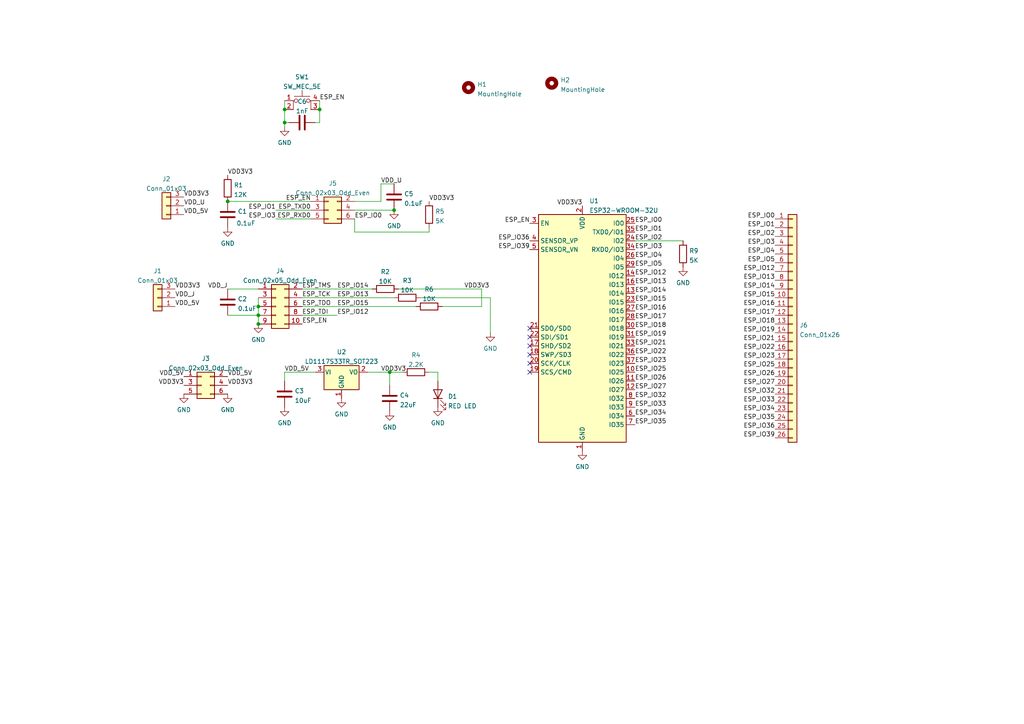
<source format=kicad_sch>
(kicad_sch (version 20211123) (generator eeschema)
  (paper "A4")
  (lib_symbols
    (symbol "Connector_Generic:Conn_01x03" (pin_names (offset 1.016) hide)
      (property "Reference" "J" (at 0 5.08 0))
      (property "Value" "Conn_01x03" (at 0 -5.08 0))
      (symbol "Conn_01x03_1_1"
        (rectangle (start -1.27 -2.413) (end 0 -2.667) (stroke (width 0.1524)))
        (rectangle (start -1.27 0.127) (end 0 -0.127) (stroke (width 0.1524)))
        (rectangle (start -1.27 2.667) (end 0 2.413) (stroke (width 0.1524)))
        (rectangle (start -1.27 3.81) (end 1.27 -3.81) (stroke (width 0.254)) (fill (type background)))
        (pin passive line (at -5.08 2.54 0) (length 3.81) (name "Pin_1") (number "1"))
        (pin passive line (at -5.08 0 0) (length 3.81) (name "Pin_2") (number "2"))
        (pin passive line (at -5.08 -2.54 0) (length 3.81) (name "Pin_3") (number "3"))
      )
    )
    (symbol "Connector_Generic:Conn_01x26" (pin_names (offset 1.016) hide)
      (property "Reference" "J" (at 0 33.02 0))
      (property "Value" "Conn_01x26" (at 0 -35.56 0))
      (symbol "Conn_01x26_1_1"
        (rectangle (start -1.27 -32.893) (end 0 -33.147) (stroke (width 0.1524)))
        (rectangle (start -1.27 -30.353) (end 0 -30.607) (stroke (width 0.1524)))
        (rectangle (start -1.27 -27.813) (end 0 -28.067) (stroke (width 0.1524)))
        (rectangle (start -1.27 -25.273) (end 0 -25.527) (stroke (width 0.1524)))
        (rectangle (start -1.27 -22.733) (end 0 -22.987) (stroke (width 0.1524)))
        (rectangle (start -1.27 -20.193) (end 0 -20.447) (stroke (width 0.1524)))
        (rectangle (start -1.27 -17.653) (end 0 -17.907) (stroke (width 0.1524)))
        (rectangle (start -1.27 -15.113) (end 0 -15.367) (stroke (width 0.1524)))
        (rectangle (start -1.27 -12.573) (end 0 -12.827) (stroke (width 0.1524)))
        (rectangle (start -1.27 -10.033) (end 0 -10.287) (stroke (width 0.1524)))
        (rectangle (start -1.27 -7.493) (end 0 -7.747) (stroke (width 0.1524)))
        (rectangle (start -1.27 -4.953) (end 0 -5.207) (stroke (width 0.1524)))
        (rectangle (start -1.27 -2.413) (end 0 -2.667) (stroke (width 0.1524)))
        (rectangle (start -1.27 0.127) (end 0 -0.127) (stroke (width 0.1524)))
        (rectangle (start -1.27 2.667) (end 0 2.413) (stroke (width 0.1524)))
        (rectangle (start -1.27 5.207) (end 0 4.953) (stroke (width 0.1524)))
        (rectangle (start -1.27 7.747) (end 0 7.493) (stroke (width 0.1524)))
        (rectangle (start -1.27 10.287) (end 0 10.033) (stroke (width 0.1524)))
        (rectangle (start -1.27 12.827) (end 0 12.573) (stroke (width 0.1524)))
        (rectangle (start -1.27 15.367) (end 0 15.113) (stroke (width 0.1524)))
        (rectangle (start -1.27 17.907) (end 0 17.653) (stroke (width 0.1524)))
        (rectangle (start -1.27 20.447) (end 0 20.193) (stroke (width 0.1524)))
        (rectangle (start -1.27 22.987) (end 0 22.733) (stroke (width 0.1524)))
        (rectangle (start -1.27 25.527) (end 0 25.273) (stroke (width 0.1524)))
        (rectangle (start -1.27 28.067) (end 0 27.813) (stroke (width 0.1524)))
        (rectangle (start -1.27 30.607) (end 0 30.353) (stroke (width 0.1524)))
        (rectangle (start -1.27 31.75) (end 1.27 -34.29) (stroke (width 0.254)) (fill (type background)))
        (pin passive line (at -5.08 30.48 0) (length 3.81) (name "Pin_1") (number "1"))
        (pin passive line (at -5.08 7.62 0) (length 3.81) (name "Pin_10") (number "10"))
        (pin passive line (at -5.08 5.08 0) (length 3.81) (name "Pin_11") (number "11"))
        (pin passive line (at -5.08 2.54 0) (length 3.81) (name "Pin_12") (number "12"))
        (pin passive line (at -5.08 0 0) (length 3.81) (name "Pin_13") (number "13"))
        (pin passive line (at -5.08 -2.54 0) (length 3.81) (name "Pin_14") (number "14"))
        (pin passive line (at -5.08 -5.08 0) (length 3.81) (name "Pin_15") (number "15"))
        (pin passive line (at -5.08 -7.62 0) (length 3.81) (name "Pin_16") (number "16"))
        (pin passive line (at -5.08 -10.16 0) (length 3.81) (name "Pin_17") (number "17"))
        (pin passive line (at -5.08 -12.7 0) (length 3.81) (name "Pin_18") (number "18"))
        (pin passive line (at -5.08 -15.24 0) (length 3.81) (name "Pin_19") (number "19"))
        (pin passive line (at -5.08 27.94 0) (length 3.81) (name "Pin_2") (number "2"))
        (pin passive line (at -5.08 -17.78 0) (length 3.81) (name "Pin_20") (number "20"))
        (pin passive line (at -5.08 -20.32 0) (length 3.81) (name "Pin_21") (number "21"))
        (pin passive line (at -5.08 -22.86 0) (length 3.81) (name "Pin_22") (number "22"))
        (pin passive line (at -5.08 -25.4 0) (length 3.81) (name "Pin_23") (number "23"))
        (pin passive line (at -5.08 -27.94 0) (length 3.81) (name "Pin_24") (number "24"))
        (pin passive line (at -5.08 -30.48 0) (length 3.81) (name "Pin_25") (number "25"))
        (pin passive line (at -5.08 -33.02 0) (length 3.81) (name "Pin_26") (number "26"))
        (pin passive line (at -5.08 25.4 0) (length 3.81) (name "Pin_3") (number "3"))
        (pin passive line (at -5.08 22.86 0) (length 3.81) (name "Pin_4") (number "4"))
        (pin passive line (at -5.08 20.32 0) (length 3.81) (name "Pin_5") (number "5"))
        (pin passive line (at -5.08 17.78 0) (length 3.81) (name "Pin_6") (number "6"))
        (pin passive line (at -5.08 15.24 0) (length 3.81) (name "Pin_7") (number "7"))
        (pin passive line (at -5.08 12.7 0) (length 3.81) (name "Pin_8") (number "8"))
        (pin passive line (at -5.08 10.16 0) (length 3.81) (name "Pin_9") (number "9"))
      )
    )
    (symbol "Connector_Generic:Conn_02x03_Odd_Even" (pin_names (offset 1.016) hide)
      (property "Reference" "J" (at 1.27 5.08 0))
      (property "Value" "Conn_02x03_Odd_Even" (at 1.27 -5.08 0))
      (symbol "Conn_02x03_Odd_Even_1_1"
        (rectangle (start -1.27 -2.413) (end 0 -2.667) (stroke (width 0.1524)))
        (rectangle (start -1.27 0.127) (end 0 -0.127) (stroke (width 0.1524)))
        (rectangle (start -1.27 2.667) (end 0 2.413) (stroke (width 0.1524)))
        (rectangle (start -1.27 3.81) (end 3.81 -3.81) (stroke (width 0.254)) (fill (type background)))
        (rectangle (start 3.81 -2.413) (end 2.54 -2.667) (stroke (width 0.1524)))
        (rectangle (start 3.81 0.127) (end 2.54 -0.127) (stroke (width 0.1524)))
        (rectangle (start 3.81 2.667) (end 2.54 2.413) (stroke (width 0.1524)))
        (pin passive line (at -5.08 2.54 0) (length 3.81) (name "Pin_1") (number "1"))
        (pin passive line (at 7.62 2.54 180) (length 3.81) (name "Pin_2") (number "2"))
        (pin passive line (at -5.08 0 0) (length 3.81) (name "Pin_3") (number "3"))
        (pin passive line (at 7.62 0 180) (length 3.81) (name "Pin_4") (number "4"))
        (pin passive line (at -5.08 -2.54 0) (length 3.81) (name "Pin_5") (number "5"))
        (pin passive line (at 7.62 -2.54 180) (length 3.81) (name "Pin_6") (number "6"))
      )
    )
    (symbol "Connector_Generic:Conn_02x05_Odd_Even" (pin_names (offset 1.016) hide)
      (property "Reference" "J" (at 1.27 7.62 0))
      (property "Value" "Conn_02x05_Odd_Even" (at 1.27 -7.62 0))
      (symbol "Conn_02x05_Odd_Even_1_1"
        (rectangle (start -1.27 -4.953) (end 0 -5.207) (stroke (width 0.1524)))
        (rectangle (start -1.27 -2.413) (end 0 -2.667) (stroke (width 0.1524)))
        (rectangle (start -1.27 0.127) (end 0 -0.127) (stroke (width 0.1524)))
        (rectangle (start -1.27 2.667) (end 0 2.413) (stroke (width 0.1524)))
        (rectangle (start -1.27 5.207) (end 0 4.953) (stroke (width 0.1524)))
        (rectangle (start -1.27 6.35) (end 3.81 -6.35) (stroke (width 0.254)) (fill (type background)))
        (rectangle (start 3.81 -4.953) (end 2.54 -5.207) (stroke (width 0.1524)))
        (rectangle (start 3.81 -2.413) (end 2.54 -2.667) (stroke (width 0.1524)))
        (rectangle (start 3.81 0.127) (end 2.54 -0.127) (stroke (width 0.1524)))
        (rectangle (start 3.81 2.667) (end 2.54 2.413) (stroke (width 0.1524)))
        (rectangle (start 3.81 5.207) (end 2.54 4.953) (stroke (width 0.1524)))
        (pin passive line (at -5.08 5.08 0) (length 3.81) (name "Pin_1") (number "1"))
        (pin passive line (at 7.62 -5.08 180) (length 3.81) (name "Pin_10") (number "10"))
        (pin passive line (at 7.62 5.08 180) (length 3.81) (name "Pin_2") (number "2"))
        (pin passive line (at -5.08 2.54 0) (length 3.81) (name "Pin_3") (number "3"))
        (pin passive line (at 7.62 2.54 180) (length 3.81) (name "Pin_4") (number "4"))
        (pin passive line (at -5.08 0 0) (length 3.81) (name "Pin_5") (number "5"))
        (pin passive line (at 7.62 0 180) (length 3.81) (name "Pin_6") (number "6"))
        (pin passive line (at -5.08 -2.54 0) (length 3.81) (name "Pin_7") (number "7"))
        (pin passive line (at 7.62 -2.54 180) (length 3.81) (name "Pin_8") (number "8"))
        (pin passive line (at -5.08 -5.08 0) (length 3.81) (name "Pin_9") (number "9"))
      )
    )
    (symbol "Device:C" (pin_numbers hide) (pin_names (offset 0.254))
      (property "Reference" "C" (at 0.635 2.54 0))
      (property "Value" "C" (at 0.635 -2.54 0))
      (symbol "C_0_1"
        (polyline (pts (xy -2.032 -0.762) (xy 2.032 -0.762)) (stroke (width 0.508)))
        (polyline (pts (xy -2.032 0.762) (xy 2.032 0.762)) (stroke (width 0.508)))
      )
      (symbol "C_1_1"
        (pin passive line (at 0 3.81 270) (length 2.794) (name "~") (number "1"))
        (pin passive line (at 0 -3.81 90) (length 2.794) (name "~") (number "2"))
      )
    )
    (symbol "Device:LED" (pin_numbers hide) (pin_names (offset 1.016) hide)
      (property "Reference" "D" (at 0 2.54 0))
      (property "Value" "LED" (at 0 -2.54 0))
      (symbol "LED_0_1"
        (polyline (pts (xy -1.27 -1.27) (xy -1.27 1.27)) (stroke (width 0.254)))
        (polyline (pts (xy -1.27 0) (xy 1.27 0)))
        (polyline (pts (xy 1.27 -1.27) (xy 1.27 1.27) (xy -1.27 0) (xy 1.27 -1.27)) (stroke (width 0.254)))
        (polyline (pts (xy -3.048 -0.762) (xy -4.572 -2.286) (xy -3.81 -2.286) (xy -4.572 -2.286) (xy -4.572 -1.524)))
        (polyline (pts (xy -1.778 -0.762) (xy -3.302 -2.286) (xy -2.54 -2.286) (xy -3.302 -2.286) (xy -3.302 -1.524)))
      )
      (symbol "LED_1_1"
        (pin passive line (at -3.81 0 0) (length 2.54) (name "K") (number "1"))
        (pin passive line (at 3.81 0 180) (length 2.54) (name "A") (number "2"))
      )
    )
    (symbol "Device:R" (pin_numbers hide) (pin_names (offset 0))
      (property "Reference" "R" (at 2.032 0 90))
      (property "Value" "R" (at 0 0 90))
      (symbol "R_0_1"
        (rectangle (start -1.016 -2.54) (end 1.016 2.54) (stroke (width 0.254)))
      )
      (symbol "R_1_1"
        (pin passive line (at 0 3.81 270) (length 1.27) (name "~") (number "1"))
        (pin passive line (at 0 -3.81 90) (length 1.27) (name "~") (number "2"))
      )
    )
    (symbol "Mechanical:MountingHole" (pin_names (offset 1.016))
      (property "Reference" "H" (at 0 5.08 0))
      (property "Value" "MountingHole" (at 0 3.175 0))
      (symbol "MountingHole_0_1"
        (circle (center 0 0) (radius 1.27) (stroke (width 1.27)))
      )
    )
    (symbol "RF_Module:ESP32-WROOM-32U"
      (property "Reference" "U" (at -12.7 34.29 0))
      (property "Value" "ESP32-WROOM-32U" (at 1.27 34.29 0))
      (symbol "ESP32-WROOM-32U_0_1"
        (rectangle (start -12.7 33.02) (end 12.7 -33.02) (stroke (width 0.254)) (fill (type background)))
      )
      (symbol "ESP32-WROOM-32U_1_1"
        (pin power_in line (at 0 -35.56 90) (length 2.54) (name "GND") (number "1"))
        (pin bidirectional line (at 15.24 -12.7 180) (length 2.54) (name "IO25") (number "10"))
        (pin bidirectional line (at 15.24 -15.24 180) (length 2.54) (name "IO26") (number "11"))
        (pin bidirectional line (at 15.24 -17.78 180) (length 2.54) (name "IO27") (number "12"))
        (pin bidirectional line (at 15.24 10.16 180) (length 2.54) (name "IO14") (number "13"))
        (pin bidirectional line (at 15.24 15.24 180) (length 2.54) (name "IO12") (number "14"))
        (pin passive line (at 0 -35.56 90) (length 2.54) hide (name "GND") (number "15"))
        (pin bidirectional line (at 15.24 12.7 180) (length 2.54) (name "IO13") (number "16"))
        (pin bidirectional line (at -15.24 -5.08 0) (length 2.54) (name "SHD/SD2") (number "17"))
        (pin bidirectional line (at -15.24 -7.62 0) (length 2.54) (name "SWP/SD3") (number "18"))
        (pin bidirectional line (at -15.24 -12.7 0) (length 2.54) (name "SCS/CMD") (number "19"))
        (pin power_in line (at 0 35.56 270) (length 2.54) (name "VDD") (number "2"))
        (pin bidirectional line (at -15.24 -10.16 0) (length 2.54) (name "SCK/CLK") (number "20"))
        (pin bidirectional line (at -15.24 0 0) (length 2.54) (name "SDO/SD0") (number "21"))
        (pin bidirectional line (at -15.24 -2.54 0) (length 2.54) (name "SDI/SD1") (number "22"))
        (pin bidirectional line (at 15.24 7.62 180) (length 2.54) (name "IO15") (number "23"))
        (pin bidirectional line (at 15.24 25.4 180) (length 2.54) (name "IO2") (number "24"))
        (pin bidirectional line (at 15.24 30.48 180) (length 2.54) (name "IO0") (number "25"))
        (pin bidirectional line (at 15.24 20.32 180) (length 2.54) (name "IO4") (number "26"))
        (pin bidirectional line (at 15.24 5.08 180) (length 2.54) (name "IO16") (number "27"))
        (pin bidirectional line (at 15.24 2.54 180) (length 2.54) (name "IO17") (number "28"))
        (pin bidirectional line (at 15.24 17.78 180) (length 2.54) (name "IO5") (number "29"))
        (pin input line (at -15.24 30.48 0) (length 2.54) (name "EN") (number "3"))
        (pin bidirectional line (at 15.24 0 180) (length 2.54) (name "IO18") (number "30"))
        (pin bidirectional line (at 15.24 -2.54 180) (length 2.54) (name "IO19") (number "31"))
        (pin no_connect line (at -12.7 -27.94 0) (length 2.54) hide (name "NC") (number "32"))
        (pin bidirectional line (at 15.24 -5.08 180) (length 2.54) (name "IO21") (number "33"))
        (pin bidirectional line (at 15.24 22.86 180) (length 2.54) (name "RXD0/IO3") (number "34"))
        (pin bidirectional line (at 15.24 27.94 180) (length 2.54) (name "TXD0/IO1") (number "35"))
        (pin bidirectional line (at 15.24 -7.62 180) (length 2.54) (name "IO22") (number "36"))
        (pin bidirectional line (at 15.24 -10.16 180) (length 2.54) (name "IO23") (number "37"))
        (pin passive line (at 0 -35.56 90) (length 2.54) hide (name "GND") (number "38"))
        (pin passive line (at 0 -35.56 90) (length 2.54) hide (name "GND") (number "39"))
        (pin input line (at -15.24 25.4 0) (length 2.54) (name "SENSOR_VP") (number "4"))
        (pin input line (at -15.24 22.86 0) (length 2.54) (name "SENSOR_VN") (number "5"))
        (pin input line (at 15.24 -25.4 180) (length 2.54) (name "IO34") (number "6"))
        (pin input line (at 15.24 -27.94 180) (length 2.54) (name "IO35") (number "7"))
        (pin bidirectional line (at 15.24 -20.32 180) (length 2.54) (name "IO32") (number "8"))
        (pin bidirectional line (at 15.24 -22.86 180) (length 2.54) (name "IO33") (number "9"))
      )
    )
    (symbol "Regulator_Linear:LD1117S33TR_SOT223" (pin_names (offset 0.254))
      (property "Reference" "U" (at -3.81 3.175 0))
      (property "Value" "LD1117S33TR_SOT223" (at 0 3.175 0))
      (symbol "LD1117S33TR_SOT223_0_1"
        (rectangle (start -5.08 -5.08) (end 5.08 1.905) (stroke (width 0.254)) (fill (type background)))
      )
      (symbol "LD1117S33TR_SOT223_1_1"
        (pin power_in line (at 0 -7.62 90) (length 2.54) (name "GND") (number "1"))
        (pin power_out line (at 7.62 0 180) (length 2.54) (name "VO") (number "2"))
        (pin power_in line (at -7.62 0 0) (length 2.54) (name "VI") (number "3"))
      )
    )
    (symbol "Switch:SW_MEC_5E" (pin_names (offset 1.016) hide)
      (property "Reference" "SW" (at 0.635 5.715 0))
      (property "Value" "SW_MEC_5E" (at 0 -3.175 0))
      (symbol "SW_MEC_5E_0_1"
        (circle (center -1.778 2.54) (radius 0.508))
        (polyline (pts (xy -2.286 3.81) (xy 2.286 3.81)))
        (polyline (pts (xy 0 3.81) (xy 0 5.588)))
        (polyline (pts (xy -2.54 0) (xy -2.54 2.54) (xy -2.286 2.54)))
        (polyline (pts (xy 2.54 0) (xy 2.54 2.54) (xy 2.286 2.54)))
        (circle (center 1.778 2.54) (radius 0.508))
        (pin passive line (at -5.08 2.54 0) (length 2.54) (name "1") (number "1"))
        (pin passive line (at -5.08 0 0) (length 2.54) (name "2") (number "2"))
        (pin passive line (at 5.08 0 180) (length 2.54) (name "K") (number "3"))
        (pin passive line (at 5.08 2.54 180) (length 2.54) (name "A") (number "4"))
      )
    )
    (symbol "power:GND" (power) (pin_names (offset 0))
      (property "Value" "GND" (at 0 -3.81 0))
      (symbol "GND_0_1"
        (polyline (pts (xy 0 0) (xy 0 -1.27) (xy 1.27 -1.27) (xy 0 -2.54) (xy -1.27 -1.27) (xy 0 -1.27)))
      )
      (symbol "GND_1_1"
        (pin power_in line (at 0 0 270) (length 0) hide (name "GND") (number "1"))
      )
    )
  )
  (junction (at 74.93 91.44))
  (junction (at 74.93 88.9))
  (junction (at 114.3 60.96))
  (junction (at 82.55 35.56))
  (junction (at 66.04 58.42))
  (junction (at 92.71 31.75))
  (junction (at 82.55 31.75))
  (junction (at 113.03 107.95))
  (junction (at 74.93 93.98))
  (no_connect (at 153.67 102.87))
  (no_connect (at 153.67 95.25))
  (no_connect (at 153.67 97.79))
  (no_connect (at 153.67 100.33))
  (no_connect (at 153.67 105.41))
  (no_connect (at 153.67 107.95))
  (wire (pts (xy 110.49 58.42) (xy 110.49 53.34)))
  (wire (pts (xy 127 110.49) (xy 127 107.95)))
  (wire (pts (xy 92.71 29.21) (xy 92.71 31.75)))
  (wire (pts (xy 127 107.95) (xy 124.46 107.95)))
  (wire (pts (xy 124.46 67.31) (xy 124.46 66.04)))
  (wire (pts (xy 115.57 83.82) (xy 139.7 83.82)))
  (wire (pts (xy 91.44 35.56) (xy 92.71 35.56)))
  (wire (pts (xy 82.55 29.21) (xy 82.55 31.75)))
  (wire (pts (xy 102.87 58.42) (xy 110.49 58.42)))
  (wire (pts (xy 91.44 107.95) (xy 82.55 107.95)))
  (wire (pts (xy 184.15 69.85) (xy 198.12 69.85)))
  (wire (pts (xy 128.27 88.9) (xy 139.7 88.9)))
  (wire (pts (xy 106.68 107.95) (xy 113.03 107.95)))
  (wire (pts (xy 87.63 91.44) (xy 97.79 91.44)))
  (wire (pts (xy 74.93 91.44) (xy 74.93 93.98)))
  (wire (pts (xy 66.04 91.44) (xy 74.93 91.44)))
  (wire (pts (xy 92.71 35.56) (xy 92.71 31.75)))
  (wire (pts (xy 80.01 60.96) (xy 90.17 60.96)))
  (wire (pts (xy 110.49 53.34) (xy 114.3 53.34)))
  (wire (pts (xy 82.55 31.75) (xy 82.55 35.56)))
  (wire (pts (xy 142.24 86.36) (xy 142.24 96.52)))
  (wire (pts (xy 74.93 88.9) (xy 74.93 91.44)))
  (wire (pts (xy 66.04 83.82) (xy 74.93 83.82)))
  (wire (pts (xy 82.55 35.56) (xy 82.55 36.83)))
  (wire (pts (xy 87.63 83.82) (xy 107.95 83.82)))
  (wire (pts (xy 102.87 67.31) (xy 124.46 67.31)))
  (wire (pts (xy 74.93 86.36) (xy 74.93 88.9)))
  (wire (pts (xy 102.87 63.5) (xy 102.87 67.31)))
  (wire (pts (xy 66.04 58.42) (xy 90.17 58.42)))
  (wire (pts (xy 82.55 107.95) (xy 82.55 110.49)))
  (wire (pts (xy 87.63 88.9) (xy 120.65 88.9)))
  (wire (pts (xy 82.55 35.56) (xy 83.82 35.56)))
  (wire (pts (xy 121.92 86.36) (xy 142.24 86.36)))
  (wire (pts (xy 113.03 107.95) (xy 113.03 111.76)))
  (wire (pts (xy 102.87 60.96) (xy 114.3 60.96)))
  (wire (pts (xy 87.63 86.36) (xy 114.3 86.36)))
  (wire (pts (xy 116.84 107.95) (xy 113.03 107.95)))
  (wire (pts (xy 80.01 63.5) (xy 90.17 63.5)))
  (wire (pts (xy 139.7 83.82) (xy 139.7 88.9)))
  (label "ESP_IO14" (at 184.15 85.09 0))
  (label "VDD3V3" (at 53.34 57.15 0))
  (label "VDD3V3" (at 134.62 83.82 0))
  (label "VDD_5V" (at 50.8 88.9 0))
  (label "ESP_IO0" (at 184.15 64.77 0))
  (label "ESP_IO26" (at 184.15 110.49 0))
  (label "ESP_IO3" (at 184.15 72.39 0))
  (label "ESP_TDO" (at 87.63 88.9 0))
  (label "ESP_IO0" (at 102.87 63.5 0))
  (label "ESP_IO14" (at 224.79 83.82 180))
  (label "ESP_IO23" (at 224.79 104.14 180))
  (label "ESP_IO1" (at 224.79 66.04 180))
  (label "ESP_IO36" (at 224.79 124.46 180))
  (label "ESP_IO19" (at 224.79 96.52 180))
  (label "ESP_EN" (at 153.67 64.77 180))
  (label "VDD_5V" (at 53.34 109.22 180))
  (label "ESP_RXD0" (at 90.17 63.5 180))
  (label "ESP_IO2" (at 184.15 69.85 0))
  (label "ESP_IO13" (at 97.79 86.36 0))
  (label "VDD3V3" (at 110.49 107.95 0))
  (label "ESP_IO13" (at 224.79 81.28 180))
  (label "ESP_IO23" (at 184.15 105.41 0))
  (label "VDD3V3" (at 124.46 58.42 0))
  (label "ESP_IO4" (at 224.79 73.66 180))
  (label "ESP_IO0" (at 224.79 63.5 180))
  (label "ESP_IO15" (at 97.79 88.9 0))
  (label "ESP_IO17" (at 224.79 91.44 180))
  (label "VDD3V3" (at 168.91 59.69 180))
  (label "ESP_IO33" (at 224.79 116.84 180))
  (label "VDD_U" (at 110.49 53.34 0))
  (label "VDD_J" (at 50.8 86.36 0))
  (label "ESP_IO18" (at 184.15 95.25 0))
  (label "ESP_IO39" (at 224.79 127 180))
  (label "ESP_IO39" (at 153.67 72.39 180))
  (label "ESP_IO27" (at 184.15 113.03 0))
  (label "ESP_IO1" (at 184.15 67.31 0))
  (label "ESP_IO17" (at 184.15 92.71 0))
  (label "ESP_IO32" (at 224.79 114.3 180))
  (label "VDD3V3" (at 66.04 111.76 0))
  (label "ESP_IO16" (at 224.79 88.9 180))
  (label "VDD3V3" (at 53.34 111.76 180))
  (label "ESP_IO4" (at 184.15 74.93 0))
  (label "ESP_TDI" (at 87.63 91.44 0))
  (label "ESP_IO26" (at 224.79 109.22 180))
  (label "ESP_IO27" (at 224.79 111.76 180))
  (label "ESP_EN" (at 90.17 58.42 180))
  (label "ESP_IO34" (at 184.15 120.65 0))
  (label "ESP_IO25" (at 184.15 107.95 0))
  (label "VDD_5V" (at 53.34 62.23 0))
  (label "VDD_5V" (at 66.04 109.22 0))
  (label "ESP_TMS" (at 87.63 83.82 0))
  (label "ESP_EN" (at 87.63 93.98 0))
  (label "ESP_IO12" (at 184.15 80.01 0))
  (label "ESP_IO33" (at 184.15 118.11 0))
  (label "ESP_IO15" (at 224.79 86.36 180))
  (label "ESP_IO5" (at 184.15 77.47 0))
  (label "ESP_IO35" (at 224.79 121.92 180))
  (label "ESP_IO15" (at 184.15 87.63 0))
  (label "VDD_5V" (at 82.55 107.95 0))
  (label "ESP_IO22" (at 224.79 101.6 180))
  (label "ESP_IO13" (at 184.15 82.55 0))
  (label "ESP_TCK" (at 87.63 86.36 0))
  (label "ESP_IO19" (at 184.15 97.79 0))
  (label "ESP_IO12" (at 97.79 91.44 0))
  (label "ESP_IO25" (at 224.79 106.68 180))
  (label "ESP_IO21" (at 224.79 99.06 180))
  (label "VDD_U" (at 53.34 59.69 0))
  (label "ESP_IO2" (at 224.79 68.58 180))
  (label "ESP_IO3" (at 80.01 63.5 180))
  (label "ESP_IO35" (at 184.15 123.19 0))
  (label "VDD_J" (at 66.04 83.82 180))
  (label "VDD3V3" (at 50.8 83.82 0))
  (label "ESP_IO5" (at 224.79 76.2 180))
  (label "ESP_IO21" (at 184.15 100.33 0))
  (label "ESP_IO12" (at 224.79 78.74 180))
  (label "ESP_IO1" (at 80.01 60.96 180))
  (label "ESP_IO36" (at 153.67 69.85 180))
  (label "ESP_TXD0" (at 90.17 60.96 180))
  (label "ESP_IO18" (at 224.79 93.98 180))
  (label "ESP_IO22" (at 184.15 102.87 0))
  (label "ESP_IO3" (at 224.79 71.12 180))
  (label "VDD3V3" (at 66.04 50.8 0))
  (label "ESP_IO34" (at 224.79 119.38 180))
  (label "ESP_IO14" (at 97.79 83.82 0))
  (label "ESP_EN" (at 92.71 29.21 0))
  (label "ESP_IO16" (at 184.15 90.17 0))
  (label "ESP_IO32" (at 184.15 115.57 0))
  (symbol (lib_id "Mechanical:MountingHole") (at 135.89 25.4 0) (unit 1)
    (property "Reference" "H1" (at 138.43 24.4915 0) (effects (justify left)))
    (property "Value" "MountingHole" (at 138.43 27.2666 0) (effects (justify left)))
    (property "Footprint" "MountingHole:MountingHole_3.2mm_M3" (effects hide))
  )
  (symbol (lib_id "power:GND") (at 82.55 118.11 0) (unit 1)
    (property "Reference" "#PWR05" (effects hide))
    (property "Value" "GND" (at 82.55 122.6725 0))
  )
  (symbol (lib_id "Device:C") (at 87.63 35.56 90) (unit 1)
    (property "Reference" "C6" (at 87.63 29.4345 90))
    (property "Value" "1nF" (at 87.63 32.2096 90))
    (property "Footprint" "Capacitor_SMD:C_0603_1608Metric" (effects hide))
  )
  (symbol (lib_id "power:GND") (at 66.04 114.3 0) (unit 1)
    (property "Reference" "#PWR03" (effects hide))
    (property "Value" "GND" (at 66.04 118.8625 0))
  )
  (symbol (lib_id "Device:R") (at 118.11 86.36 90) (unit 1)
    (property "Reference" "R3" (at 118.11 81.3775 90))
    (property "Value" "10K" (at 118.11 84.1526 90))
    (property "Footprint" "Resistor_SMD:R_0603_1608Metric" (effects hide))
  )
  (symbol (lib_id "Device:C") (at 82.55 114.3 0) (unit 1)
    (property "Reference" "C3" (at 85.471 113.3915 0) (effects (justify left)))
    (property "Value" "10uF" (at 85.471 116.1666 0) (effects (justify left)))
    (property "Footprint" "Capacitor_THT:CP_Radial_D5.0mm_P2.00mm" (effects hide))
  )
  (symbol (lib_id "Device:LED") (at 127 114.3 90) (unit 1)
    (property "Reference" "D1" (at 129.921 114.979 90) (effects (justify right)))
    (property "Value" "RED LED" (at 129.921 117.7541 90) (effects (justify right)))
    (property "Footprint" "LED_SMD:LED_0603_1608Metric" (effects hide))
  )
  (symbol (lib_id "Device:R") (at 120.65 107.95 90) (unit 1)
    (property "Reference" "R4" (at 120.65 102.9675 90))
    (property "Value" "2.2K" (at 120.65 105.7426 90))
    (property "Footprint" "Resistor_SMD:R_0603_1608Metric" (effects hide))
  )
  (symbol (lib_id "Device:C") (at 66.04 62.23 0) (unit 1)
    (property "Reference" "C1" (at 68.961 61.3215 0) (effects (justify left)))
    (property "Value" "0.1uF" (at 68.58 64.77 0) (effects (justify left)))
    (property "Footprint" "Capacitor_SMD:C_0603_1608Metric" (effects hide))
  )
  (symbol (lib_id "Device:C") (at 113.03 115.57 0) (unit 1)
    (property "Reference" "C4" (at 115.951 114.6615 0) (effects (justify left)))
    (property "Value" "22uF" (at 115.951 117.4366 0) (effects (justify left)))
    (property "Footprint" "Capacitor_THT:CP_Radial_D5.0mm_P2.00mm" (effects hide))
  )
  (symbol (lib_id "power:GND") (at 74.93 93.98 0) (unit 1)
    (property "Reference" "#PWR04" (effects hide))
    (property "Value" "GND" (at 74.93 98.5425 0))
  )
  (symbol (lib_id "Device:R") (at 198.12 73.66 0) (unit 1)
    (property "Reference" "R9" (at 199.898 72.7515 0) (effects (justify left)))
    (property "Value" "5K" (at 199.898 75.5266 0) (effects (justify left)))
    (property "Footprint" "Resistor_SMD:R_0603_1608Metric" (effects hide))
  )
  (symbol (lib_id "Connector_Generic:Conn_02x03_Odd_Even") (at 95.25 60.96 0) (unit 1)
    (property "Reference" "J5" (at 96.52 53.1835 0))
    (property "Value" "Conn_02x03_Odd_Even" (at 96.52 55.9586 0))
    (property "Footprint" "Connector_IDC:IDC-Header_2x03_P2.54mm_Vertical" (effects hide))
  )
  (symbol (lib_id "power:GND") (at 114.3 60.96 0) (unit 1)
    (property "Reference" "#PWR08" (effects hide))
    (property "Value" "GND" (at 114.3 65.5225 0))
  )
  (symbol (lib_id "Regulator_Linear:LD1117S33TR_SOT223") (at 99.06 107.95 0) (unit 1)
    (property "Reference" "U2" (at 99.06 102.0785 0))
    (property "Value" "LD1117S33TR_SOT223" (at 99.06 104.8536 0))
    (property "Footprint" "Package_TO_SOT_SMD:SOT-223-3_TabPin2" (effects hide))
    (property "Datasheet" "http://www.st.com/st-web-ui/static/active/en/resource/technical/document/datasheet/CD00000544.pdf" (effects hide))
  )
  (symbol (lib_id "power:GND") (at 168.91 130.81 0) (unit 1)
    (property "Reference" "#PWR011" (effects hide))
    (property "Value" "GND" (at 168.91 135.3725 0))
  )
  (symbol (lib_id "RF_Module:ESP32-WROOM-32U") (at 168.91 95.25 0) (unit 1)
    (property "Reference" "U1" (at 170.9294 58.2635 0) (effects (justify left)))
    (property "Value" "ESP32-WROOM-32U" (at 170.9294 61.0386 0) (effects (justify left)))
    (property "Footprint" "RF_Module:ESP32-WROOM-32U" (effects hide))
    (property "Datasheet" "https://www.espressif.com/sites/default/files/documentation/esp32-wroom-32d_esp32-wroom-32u_datasheet_en.pdf" (effects hide))
  )
  (symbol (lib_id "Device:C") (at 114.3 57.15 0) (unit 1)
    (property "Reference" "C5" (at 117.221 56.2415 0) (effects (justify left)))
    (property "Value" "0.1uF" (at 117.221 59.0166 0) (effects (justify left)))
    (property "Footprint" "Capacitor_SMD:C_0603_1608Metric" (effects hide))
  )
  (symbol (lib_id "Connector_Generic:Conn_01x26") (at 229.87 93.98 0) (unit 1)
    (property "Reference" "J6" (at 231.902 94.3415 0) (effects (justify left)))
    (property "Value" "Conn_01x26" (at 231.902 97.1166 0) (effects (justify left)))
    (property "Footprint" "Connector_PinHeader_2.54mm:PinHeader_1x26_P2.54mm_Vertical" (effects hide))
  )
  (symbol (lib_id "power:GND") (at 127 118.11 0) (unit 1)
    (property "Reference" "#PWR09" (effects hide))
    (property "Value" "GND" (at 127 122.6725 0))
  )
  (symbol (lib_id "power:GND") (at 198.12 77.47 0) (unit 1)
    (property "Reference" "#PWR012" (effects hide))
    (property "Value" "GND" (at 198.12 82.0325 0))
  )
  (symbol (lib_id "power:GND") (at 142.24 96.52 0) (unit 1)
    (property "Reference" "#PWR010" (effects hide))
    (property "Value" "GND" (at 142.24 101.0825 0))
  )
  (symbol (lib_id "Device:C") (at 66.04 87.63 0) (unit 1)
    (property "Reference" "C2" (at 68.961 86.7215 0) (effects (justify left)))
    (property "Value" "0.1uF" (at 68.961 89.4966 0) (effects (justify left)))
    (property "Footprint" "Capacitor_SMD:C_0603_1608Metric" (effects hide))
  )
  (symbol (lib_id "Mechanical:MountingHole") (at 160.02 24.13 0) (unit 1)
    (property "Reference" "H2" (at 162.56 23.2215 0) (effects (justify left)))
    (property "Value" "MountingHole" (at 162.56 25.9966 0) (effects (justify left)))
    (property "Footprint" "MountingHole:MountingHole_3.2mm_M3" (effects hide))
  )
  (symbol (lib_id "Connector_Generic:Conn_02x05_Odd_Even") (at 80.01 88.9 0) (unit 1)
    (property "Reference" "J4" (at 81.28 78.5835 0))
    (property "Value" "Conn_02x05_Odd_Even" (at 81.28 81.3586 0))
    (property "Footprint" "Connector_IDC:IDC-Header_2x05_P2.54mm_Vertical" (effects hide))
  )
  (symbol (lib_id "power:GND") (at 82.55 36.83 0) (unit 1)
    (property "Reference" "#PWR0101" (effects hide))
    (property "Value" "GND" (at 82.55 41.3925 0))
  )
  (symbol (lib_id "power:GND") (at 66.04 66.04 0) (unit 1)
    (property "Reference" "#PWR02" (effects hide))
    (property "Value" "GND" (at 66.04 70.6025 0))
  )
  (symbol (lib_id "Device:R") (at 66.04 54.61 0) (unit 1)
    (property "Reference" "R1" (at 67.818 53.7015 0) (effects (justify left)))
    (property "Value" "12K" (at 67.818 56.4766 0) (effects (justify left)))
    (property "Footprint" "Resistor_SMD:R_0603_1608Metric" (effects hide))
  )
  (symbol (lib_id "Switch:SW_MEC_5E") (at 87.63 31.75 0) (unit 1)
    (property "Reference" "SW1" (at 87.63 22.3225 0))
    (property "Value" "SW_MEC_5E" (at 87.63 25.0976 0))
    (property "Footprint" "Button_Switch_THT:SW_TH_Tactile_Omron_B3F-10xx" (effects hide))
    (property "Datasheet" "http://www.apem.com/int/index.php?controller=attachment&id_attachment=1371" (effects hide))
  )
  (symbol (lib_id "Connector_Generic:Conn_01x03") (at 48.26 59.69 180) (unit 1)
    (property "Reference" "J2" (at 48.26 51.9135 0))
    (property "Value" "Conn_01x03" (at 48.26 54.6886 0))
    (property "Footprint" "Connector_PinHeader_2.54mm:PinHeader_1x03_P2.54mm_Vertical" (effects hide))
  )
  (symbol (lib_id "Device:R") (at 124.46 88.9 90) (unit 1)
    (property "Reference" "R6" (at 124.46 83.9175 90))
    (property "Value" "10K" (at 124.46 86.6926 90))
    (property "Footprint" "Resistor_SMD:R_0603_1608Metric" (effects hide))
  )
  (symbol (lib_id "Device:R") (at 111.76 83.82 90) (unit 1)
    (property "Reference" "R2" (at 111.76 78.8375 90))
    (property "Value" "10K" (at 111.76 81.6126 90))
    (property "Footprint" "Resistor_SMD:R_0603_1608Metric" (effects hide))
  )
  (symbol (lib_id "power:GND") (at 53.34 114.3 0) (unit 1)
    (property "Reference" "#PWR01" (effects hide))
    (property "Value" "GND" (at 53.34 118.8625 0))
  )
  (symbol (lib_id "Device:R") (at 124.46 62.23 0) (unit 1)
    (property "Reference" "R5" (at 126.238 61.3215 0) (effects (justify left)))
    (property "Value" "5K" (at 126.238 64.0966 0) (effects (justify left)))
    (property "Footprint" "Resistor_SMD:R_0603_1608Metric" (effects hide))
  )
  (symbol (lib_id "Connector_Generic:Conn_01x03") (at 45.72 86.36 180) (unit 1)
    (property "Reference" "J1" (at 45.72 78.5835 0))
    (property "Value" "Conn_01x03" (at 45.72 81.3586 0))
    (property "Footprint" "Connector_PinHeader_2.54mm:PinHeader_1x03_P2.54mm_Vertical" (effects hide))
  )
  (symbol (lib_id "power:GND") (at 99.06 115.57 0) (unit 1)
    (property "Reference" "#PWR06" (effects hide))
    (property "Value" "GND" (at 99.06 120.1325 0))
  )
  (symbol (lib_id "Connector_Generic:Conn_02x03_Odd_Even") (at 58.42 111.76 0) (unit 1)
    (property "Reference" "J3" (at 59.69 103.9835 0))
    (property "Value" "Conn_02x03_Odd_Even" (at 59.69 106.7586 0))
    (property "Footprint" "Connector_PinHeader_2.54mm:PinHeader_2x03_P2.54mm_Vertical" (effects hide))
  )
  (symbol (lib_id "power:GND") (at 113.03 119.38 0) (unit 1)
    (property "Reference" "#PWR07" (effects hide))
    (property "Value" "GND" (at 113.03 123.9425 0))
  )
)
</source>
